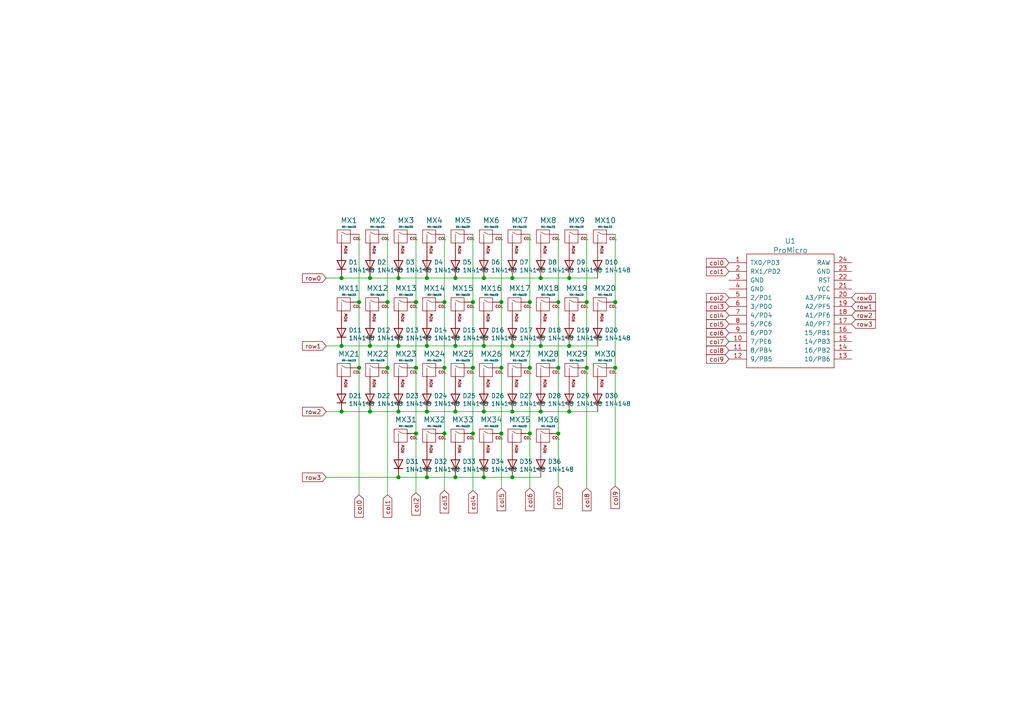
<source format=kicad_sch>
(kicad_sch (version 20210126) (generator eeschema)
  (paper "A4")
  (lib_symbols
    (symbol "Diode:1N4148" (pin_numbers hide) (pin_names (offset 1.016) hide)
      (property "Reference" "D" (at 0 2.54 0))
      (property "Value" "1N4148" (at 0 -2.54 0))
      (symbol "1N4148_0_1"
        (polyline (pts (xy -1.27 1.27) (xy -1.27 -1.27)) (stroke (width 0.254)))
        (polyline (pts (xy 1.27 0) (xy -1.27 0)))
        (polyline (pts (xy 1.27 1.27) (xy 1.27 -1.27) (xy -1.27 0) (xy 1.27 1.27)) (stroke (width 0.254)))
      )
      (symbol "1N4148_1_1"
        (pin passive line (at -3.81 0 0) (length 2.54) (name "K") (number "1"))
        (pin passive line (at 3.81 0 180) (length 2.54) (name "A") (number "2"))
      )
    )
    (symbol "MX_Alps_Hybrid:MX-NoLED" (pin_names (offset 1.016))
      (property "Reference" "MX" (at -0.635 3.81 0))
      (property "Value" "MX-NoLED" (at -0.635 1.27 0))
      (symbol "MX-NoLED_0_0"
        (text "COL" (at 3.175 0 0) (effects (font (size 0.762 0.762))))
        (text "ROW" (at 0 -1.905 900) (effects (font (size 0.762 0.762)) (justify right)))
        (rectangle (start -2.54 2.54) (end 1.27 -1.27))
        (polyline (pts (xy -1.27 -1.27) (xy -1.27 1.27)) (stroke (width 0.127)))
        (polyline (pts (xy 1.27 1.27) (xy 0 1.27) (xy -1.27 1.905)) (stroke (width 0.127)))
      )
      (symbol "MX-NoLED_1_1"
        (pin passive line (at 3.81 1.27 180) (length 2.54) (name "COL") (number "1"))
        (pin passive line (at -1.27 -3.81 90) (length 2.54) (name "ROW") (number "2"))
      )
    )
    (symbol "keybage:ProMicro" (pin_names (offset 1.016))
      (property "Reference" "U" (at 0 0 0))
      (property "Value" "ProMicro" (at 0 -19.05 0))
      (symbol "ProMicro_0_1"
        (rectangle (start -12.7 -16.51) (end 12.7 16.51))
      )
      (symbol "ProMicro_1_1"
        (pin input line (at -17.78 13.97 0) (length 5.08) (name "TX0/PD3") (number "1"))
        (pin input line (at -17.78 -8.89 0) (length 5.08) (name "7/PE6") (number "10"))
        (pin input line (at -17.78 -11.43 0) (length 5.08) (name "8/PB4") (number "11"))
        (pin input line (at -17.78 -13.97 0) (length 5.08) (name "9/PB5") (number "12"))
        (pin input line (at 17.78 -13.97 180) (length 5.08) (name "10/PB6") (number "13"))
        (pin input line (at 17.78 -11.43 180) (length 5.08) (name "16/PB2") (number "14"))
        (pin input line (at 17.78 -8.89 180) (length 5.08) (name "14/PB3") (number "15"))
        (pin input line (at 17.78 -6.35 180) (length 5.08) (name "15/PB1") (number "16"))
        (pin input line (at 17.78 -3.81 180) (length 5.08) (name "A0/PF7") (number "17"))
        (pin input line (at 17.78 -1.27 180) (length 5.08) (name "A1/PF6") (number "18"))
        (pin input line (at 17.78 1.27 180) (length 5.08) (name "A2/PF5") (number "19"))
        (pin input line (at -17.78 11.43 0) (length 5.08) (name "RX1/PD2") (number "2"))
        (pin input line (at 17.78 3.81 180) (length 5.08) (name "A3/PF4") (number "20"))
        (pin input line (at 17.78 6.35 180) (length 5.08) (name "VCC") (number "21"))
        (pin input line (at 17.78 8.89 180) (length 5.08) (name "RST") (number "22"))
        (pin input line (at 17.78 11.43 180) (length 5.08) (name "GND") (number "23"))
        (pin input line (at 17.78 13.97 180) (length 5.08) (name "RAW") (number "24"))
        (pin input line (at -17.78 8.89 0) (length 5.08) (name "GND") (number "3"))
        (pin input line (at -17.78 6.35 0) (length 5.08) (name "GND") (number "4"))
        (pin input line (at -17.78 3.81 0) (length 5.08) (name "2/PD1") (number "5"))
        (pin input line (at -17.78 1.27 0) (length 5.08) (name "3/PD0") (number "6"))
        (pin input line (at -17.78 -1.27 0) (length 5.08) (name "4/PD4") (number "7"))
        (pin input line (at -17.78 -3.81 0) (length 5.08) (name "5/PC6") (number "8"))
        (pin input line (at -17.78 -6.35 0) (length 5.08) (name "6/PD7") (number "9"))
      )
    )
  )
  (junction (at 99.06 80.645) (diameter 1.016))
  (junction (at 99.06 100.33) (diameter 1.016))
  (junction (at 99.06 119.38) (diameter 1.016))
  (junction (at 104.14 87.63) (diameter 1.016))
  (junction (at 104.14 106.68) (diameter 1.016))
  (junction (at 107.315 80.645) (diameter 1.016))
  (junction (at 107.315 100.33) (diameter 1.016))
  (junction (at 107.315 119.38) (diameter 1.016))
  (junction (at 112.395 87.63) (diameter 1.016))
  (junction (at 112.395 106.68) (diameter 1.016))
  (junction (at 115.57 80.645) (diameter 1.016))
  (junction (at 115.57 100.33) (diameter 1.016))
  (junction (at 115.57 119.38) (diameter 1.016))
  (junction (at 115.57 138.43) (diameter 1.016))
  (junction (at 120.65 87.63) (diameter 1.016))
  (junction (at 120.65 106.68) (diameter 1.016))
  (junction (at 120.65 125.73) (diameter 1.016))
  (junction (at 123.825 80.645) (diameter 1.016))
  (junction (at 123.825 100.33) (diameter 1.016))
  (junction (at 123.825 119.38) (diameter 1.016))
  (junction (at 123.825 138.43) (diameter 1.016))
  (junction (at 128.905 87.63) (diameter 1.016))
  (junction (at 128.905 106.68) (diameter 1.016))
  (junction (at 128.905 125.73) (diameter 1.016))
  (junction (at 132.08 80.645) (diameter 1.016))
  (junction (at 132.08 100.33) (diameter 1.016))
  (junction (at 132.08 119.38) (diameter 1.016))
  (junction (at 132.08 138.43) (diameter 1.016))
  (junction (at 137.16 87.63) (diameter 1.016))
  (junction (at 137.16 106.68) (diameter 1.016))
  (junction (at 137.16 125.73) (diameter 1.016))
  (junction (at 140.335 80.645) (diameter 1.016))
  (junction (at 140.335 100.33) (diameter 1.016))
  (junction (at 140.335 119.38) (diameter 1.016))
  (junction (at 140.335 138.43) (diameter 1.016))
  (junction (at 145.415 87.63) (diameter 1.016))
  (junction (at 145.415 106.68) (diameter 1.016))
  (junction (at 145.415 125.73) (diameter 1.016))
  (junction (at 148.59 80.645) (diameter 1.016))
  (junction (at 148.59 100.33) (diameter 1.016))
  (junction (at 148.59 119.38) (diameter 1.016))
  (junction (at 148.59 138.43) (diameter 1.016))
  (junction (at 153.67 87.63) (diameter 1.016))
  (junction (at 153.67 106.68) (diameter 1.016))
  (junction (at 153.67 125.73) (diameter 1.016))
  (junction (at 156.845 80.645) (diameter 1.016))
  (junction (at 156.845 100.33) (diameter 1.016))
  (junction (at 156.845 119.38) (diameter 1.016))
  (junction (at 161.925 87.63) (diameter 1.016))
  (junction (at 161.925 106.68) (diameter 1.016))
  (junction (at 161.925 125.73) (diameter 1.016))
  (junction (at 165.1 80.645) (diameter 1.016))
  (junction (at 165.1 100.33) (diameter 1.016))
  (junction (at 165.1 119.38) (diameter 1.016))
  (junction (at 170.18 87.63) (diameter 1.016))
  (junction (at 170.18 106.68) (diameter 1.016))
  (junction (at 178.435 87.63) (diameter 1.016))
  (junction (at 178.435 106.68) (diameter 1.016))
  (wire (pts (xy 94.615 80.645) (xy 99.06 80.645)))
  (wire (pts (xy 94.615 100.33) (xy 99.06 100.33)))
  (wire (pts (xy 94.615 119.38) (xy 99.06 119.38)))
  (wire (pts (xy 94.615 138.43) (xy 115.57 138.43)))
  (wire (pts (xy 99.06 80.645) (xy 107.315 80.645)))
  (wire (pts (xy 99.06 100.33) (xy 107.315 100.33)))
  (wire (pts (xy 99.06 119.38) (xy 107.315 119.38)))
  (wire (pts (xy 104.14 67.945) (xy 104.14 87.63)))
  (wire (pts (xy 104.14 87.63) (xy 104.14 106.68)))
  (wire (pts (xy 104.14 106.68) (xy 104.14 143.51)))
  (wire (pts (xy 107.315 80.645) (xy 115.57 80.645)))
  (wire (pts (xy 107.315 100.33) (xy 115.57 100.33)))
  (wire (pts (xy 107.315 119.38) (xy 115.57 119.38)))
  (wire (pts (xy 112.395 67.945) (xy 112.395 87.63)))
  (wire (pts (xy 112.395 87.63) (xy 112.395 106.68)))
  (wire (pts (xy 112.395 106.68) (xy 112.395 143.51)))
  (wire (pts (xy 115.57 80.645) (xy 123.825 80.645)))
  (wire (pts (xy 115.57 100.33) (xy 123.825 100.33)))
  (wire (pts (xy 115.57 119.38) (xy 123.825 119.38)))
  (wire (pts (xy 115.57 138.43) (xy 123.825 138.43)))
  (wire (pts (xy 120.65 67.945) (xy 120.65 87.63)))
  (wire (pts (xy 120.65 87.63) (xy 120.65 106.68)))
  (wire (pts (xy 120.65 106.68) (xy 120.65 125.73)))
  (wire (pts (xy 120.65 125.73) (xy 120.65 142.875)))
  (wire (pts (xy 123.825 80.645) (xy 132.08 80.645)))
  (wire (pts (xy 123.825 100.33) (xy 132.08 100.33)))
  (wire (pts (xy 123.825 119.38) (xy 132.08 119.38)))
  (wire (pts (xy 123.825 138.43) (xy 132.08 138.43)))
  (wire (pts (xy 128.905 67.945) (xy 128.905 87.63)))
  (wire (pts (xy 128.905 87.63) (xy 128.905 106.68)))
  (wire (pts (xy 128.905 106.68) (xy 128.905 125.73)))
  (wire (pts (xy 128.905 125.73) (xy 128.905 142.24)))
  (wire (pts (xy 132.08 80.645) (xy 140.335 80.645)))
  (wire (pts (xy 132.08 100.33) (xy 140.335 100.33)))
  (wire (pts (xy 132.08 119.38) (xy 140.335 119.38)))
  (wire (pts (xy 132.08 138.43) (xy 140.335 138.43)))
  (wire (pts (xy 137.16 67.945) (xy 137.16 87.63)))
  (wire (pts (xy 137.16 87.63) (xy 137.16 106.68)))
  (wire (pts (xy 137.16 106.68) (xy 137.16 125.73)))
  (wire (pts (xy 137.16 125.73) (xy 137.16 142.24)))
  (wire (pts (xy 140.335 80.645) (xy 148.59 80.645)))
  (wire (pts (xy 140.335 100.33) (xy 148.59 100.33)))
  (wire (pts (xy 140.335 119.38) (xy 148.59 119.38)))
  (wire (pts (xy 140.335 138.43) (xy 148.59 138.43)))
  (wire (pts (xy 145.415 67.945) (xy 145.415 87.63)))
  (wire (pts (xy 145.415 87.63) (xy 145.415 106.68)))
  (wire (pts (xy 145.415 106.68) (xy 145.415 125.73)))
  (wire (pts (xy 145.415 125.73) (xy 145.415 141.605)))
  (wire (pts (xy 148.59 80.645) (xy 156.845 80.645)))
  (wire (pts (xy 148.59 100.33) (xy 156.845 100.33)))
  (wire (pts (xy 148.59 119.38) (xy 156.845 119.38)))
  (wire (pts (xy 148.59 138.43) (xy 156.845 138.43)))
  (wire (pts (xy 153.67 67.945) (xy 153.67 87.63)))
  (wire (pts (xy 153.67 87.63) (xy 153.67 106.68)))
  (wire (pts (xy 153.67 106.68) (xy 153.67 125.73)))
  (wire (pts (xy 153.67 125.73) (xy 153.67 141.605)))
  (wire (pts (xy 156.845 80.645) (xy 165.1 80.645)))
  (wire (pts (xy 156.845 100.33) (xy 165.1 100.33)))
  (wire (pts (xy 156.845 119.38) (xy 165.1 119.38)))
  (wire (pts (xy 161.925 67.945) (xy 161.925 87.63)))
  (wire (pts (xy 161.925 87.63) (xy 161.925 106.68)))
  (wire (pts (xy 161.925 106.68) (xy 161.925 125.73)))
  (wire (pts (xy 161.925 125.73) (xy 161.925 140.97)))
  (wire (pts (xy 165.1 80.645) (xy 173.355 80.645)))
  (wire (pts (xy 165.1 100.33) (xy 173.355 100.33)))
  (wire (pts (xy 165.1 119.38) (xy 173.355 119.38)))
  (wire (pts (xy 170.18 67.945) (xy 170.18 87.63)))
  (wire (pts (xy 170.18 87.63) (xy 170.18 106.68)))
  (wire (pts (xy 170.18 106.68) (xy 170.18 141.605)))
  (wire (pts (xy 178.435 67.945) (xy 178.435 87.63)))
  (wire (pts (xy 178.435 87.63) (xy 178.435 106.68)))
  (wire (pts (xy 178.435 106.68) (xy 178.435 140.97)))
  (global_label "row0" (shape input) (at 94.615 80.645 180) (property "Intersheet References" "${INTERSHEET_REFS}" (effects hide)))
  (global_label "row1" (shape input) (at 94.615 100.33 180) (property "Intersheet References" "${INTERSHEET_REFS}" (effects hide)))
  (global_label "row2" (shape input) (at 94.615 119.38 180) (property "Intersheet References" "${INTERSHEET_REFS}" (effects hide)))
  (global_label "row3" (shape input) (at 94.615 138.43 180) (property "Intersheet References" "${INTERSHEET_REFS}" (effects hide)))
  (global_label "col0" (shape input) (at 104.14 143.51 270) (property "Intersheet References" "${INTERSHEET_REFS}" (effects hide)))
  (global_label "col1" (shape input) (at 112.395 143.51 270) (property "Intersheet References" "${INTERSHEET_REFS}" (effects hide)))
  (global_label "col2" (shape input) (at 120.65 142.875 270) (property "Intersheet References" "${INTERSHEET_REFS}" (effects hide)))
  (global_label "col3" (shape input) (at 128.905 142.24 270) (property "Intersheet References" "${INTERSHEET_REFS}" (effects hide)))
  (global_label "col4" (shape input) (at 137.16 142.24 270) (property "Intersheet References" "${INTERSHEET_REFS}" (effects hide)))
  (global_label "col5" (shape input) (at 145.415 141.605 270) (property "Intersheet References" "${INTERSHEET_REFS}" (effects hide)))
  (global_label "col6" (shape input) (at 153.67 141.605 270) (property "Intersheet References" "${INTERSHEET_REFS}" (effects hide)))
  (global_label "col7" (shape input) (at 161.925 140.97 270) (property "Intersheet References" "${INTERSHEET_REFS}" (effects hide)))
  (global_label "col8" (shape input) (at 170.18 141.605 270) (property "Intersheet References" "${INTERSHEET_REFS}" (effects hide)))
  (global_label "col9" (shape input) (at 178.435 140.97 270) (property "Intersheet References" "${INTERSHEET_REFS}" (effects hide)))
  (global_label "col0" (shape input) (at 211.455 76.2 180) (property "Intersheet References" "${INTERSHEET_REFS}" (effects hide)))
  (global_label "col1" (shape input) (at 211.455 78.74 180) (property "Intersheet References" "${INTERSHEET_REFS}" (effects hide)))
  (global_label "col2" (shape input) (at 211.455 86.36 180) (property "Intersheet References" "${INTERSHEET_REFS}" (effects hide)))
  (global_label "col3" (shape input) (at 211.455 88.9 180) (property "Intersheet References" "${INTERSHEET_REFS}" (effects hide)))
  (global_label "col4" (shape input) (at 211.455 91.44 180) (property "Intersheet References" "${INTERSHEET_REFS}" (effects hide)))
  (global_label "col5" (shape input) (at 211.455 93.98 180) (property "Intersheet References" "${INTERSHEET_REFS}" (effects hide)))
  (global_label "col6" (shape input) (at 211.455 96.52 180) (property "Intersheet References" "${INTERSHEET_REFS}" (effects hide)))
  (global_label "col7" (shape input) (at 211.455 99.06 180) (property "Intersheet References" "${INTERSHEET_REFS}" (effects hide)))
  (global_label "col8" (shape input) (at 211.455 101.6 180) (property "Intersheet References" "${INTERSHEET_REFS}" (effects hide)))
  (global_label "col9" (shape input) (at 211.455 104.14 180) (property "Intersheet References" "${INTERSHEET_REFS}" (effects hide)))
  (global_label "row0" (shape input) (at 247.015 86.36 0) (property "Intersheet References" "${INTERSHEET_REFS}" (effects hide)))
  (global_label "row1" (shape input) (at 247.015 88.9 0) (property "Intersheet References" "${INTERSHEET_REFS}" (effects hide)))
  (global_label "row2" (shape input) (at 247.015 91.44 0) (property "Intersheet References" "${INTERSHEET_REFS}" (effects hide)))
  (global_label "row3" (shape input) (at 247.015 93.98 0) (property "Intersheet References" "${INTERSHEET_REFS}" (effects hide)))
  (symbol (lib_id "Diode:1N4148") (at 99.06 76.835 90) (unit 1)
    (property "Reference" "D1" (at 101.0921 76.0741 90) (effects (justify right)))
    (property "Value" "1N4148" (at 101.0921 78.3728 90) (effects (justify right)))
    (property "Footprint" "Diode_SMD:D_SOD-123" (effects hide))
    (property "Datasheet" "https://assets.nexperia.com/documents/data-sheet/1N4148_1N4448.pdf" (effects hide))
  )
  (symbol (lib_id "Diode:1N4148") (at 99.06 96.52 90) (unit 1)
    (property "Reference" "D11" (at 101.0921 95.7591 90) (effects (justify right)))
    (property "Value" "1N4148" (at 101.0921 98.0578 90) (effects (justify right)))
    (property "Footprint" "Diode_SMD:D_SOD-123" (effects hide))
    (property "Datasheet" "https://assets.nexperia.com/documents/data-sheet/1N4148_1N4448.pdf" (effects hide))
  )
  (symbol (lib_id "Diode:1N4148") (at 99.06 115.57 90) (unit 1)
    (property "Reference" "D21" (at 101.0921 114.8091 90) (effects (justify right)))
    (property "Value" "1N4148" (at 101.0921 117.1078 90) (effects (justify right)))
    (property "Footprint" "Diode_SMD:D_SOD-123" (effects hide))
    (property "Datasheet" "https://assets.nexperia.com/documents/data-sheet/1N4148_1N4448.pdf" (effects hide))
  )
  (symbol (lib_id "Diode:1N4148") (at 107.315 76.835 90) (unit 1)
    (property "Reference" "D2" (at 109.3471 76.0741 90) (effects (justify right)))
    (property "Value" "1N4148" (at 109.3471 78.3728 90) (effects (justify right)))
    (property "Footprint" "Diode_SMD:D_SOD-123" (effects hide))
    (property "Datasheet" "https://assets.nexperia.com/documents/data-sheet/1N4148_1N4448.pdf" (effects hide))
  )
  (symbol (lib_id "Diode:1N4148") (at 107.315 96.52 90) (unit 1)
    (property "Reference" "D12" (at 109.3471 95.7591 90) (effects (justify right)))
    (property "Value" "1N4148" (at 109.3471 98.0578 90) (effects (justify right)))
    (property "Footprint" "Diode_SMD:D_SOD-123" (effects hide))
    (property "Datasheet" "https://assets.nexperia.com/documents/data-sheet/1N4148_1N4448.pdf" (effects hide))
  )
  (symbol (lib_id "Diode:1N4148") (at 107.315 115.57 90) (unit 1)
    (property "Reference" "D22" (at 109.3471 114.8091 90) (effects (justify right)))
    (property "Value" "1N4148" (at 109.3471 117.1078 90) (effects (justify right)))
    (property "Footprint" "Diode_SMD:D_SOD-123" (effects hide))
    (property "Datasheet" "https://assets.nexperia.com/documents/data-sheet/1N4148_1N4448.pdf" (effects hide))
  )
  (symbol (lib_id "Diode:1N4148") (at 115.57 76.835 90) (unit 1)
    (property "Reference" "D3" (at 117.6021 76.0741 90) (effects (justify right)))
    (property "Value" "1N4148" (at 117.6021 78.3728 90) (effects (justify right)))
    (property "Footprint" "Diode_SMD:D_SOD-123" (effects hide))
    (property "Datasheet" "https://assets.nexperia.com/documents/data-sheet/1N4148_1N4448.pdf" (effects hide))
  )
  (symbol (lib_id "Diode:1N4148") (at 115.57 96.52 90) (unit 1)
    (property "Reference" "D13" (at 117.6021 95.7591 90) (effects (justify right)))
    (property "Value" "1N4148" (at 117.6021 98.0578 90) (effects (justify right)))
    (property "Footprint" "Diode_SMD:D_SOD-123" (effects hide))
    (property "Datasheet" "https://assets.nexperia.com/documents/data-sheet/1N4148_1N4448.pdf" (effects hide))
  )
  (symbol (lib_id "Diode:1N4148") (at 115.57 115.57 90) (unit 1)
    (property "Reference" "D23" (at 117.6021 114.8091 90) (effects (justify right)))
    (property "Value" "1N4148" (at 117.6021 117.1078 90) (effects (justify right)))
    (property "Footprint" "Diode_SMD:D_SOD-123" (effects hide))
    (property "Datasheet" "https://assets.nexperia.com/documents/data-sheet/1N4148_1N4448.pdf" (effects hide))
  )
  (symbol (lib_id "Diode:1N4148") (at 115.57 134.62 90) (unit 1)
    (property "Reference" "D31" (at 117.6021 133.8591 90) (effects (justify right)))
    (property "Value" "1N4148" (at 117.6021 136.1578 90) (effects (justify right)))
    (property "Footprint" "Diode_SMD:D_SOD-123" (effects hide))
    (property "Datasheet" "https://assets.nexperia.com/documents/data-sheet/1N4148_1N4448.pdf" (effects hide))
  )
  (symbol (lib_id "Diode:1N4148") (at 123.825 76.835 90) (unit 1)
    (property "Reference" "D4" (at 125.8571 76.0741 90) (effects (justify right)))
    (property "Value" "1N4148" (at 125.8571 78.3728 90) (effects (justify right)))
    (property "Footprint" "Diode_SMD:D_SOD-123" (effects hide))
    (property "Datasheet" "https://assets.nexperia.com/documents/data-sheet/1N4148_1N4448.pdf" (effects hide))
  )
  (symbol (lib_id "Diode:1N4148") (at 123.825 96.52 90) (unit 1)
    (property "Reference" "D14" (at 125.8571 95.7591 90) (effects (justify right)))
    (property "Value" "1N4148" (at 125.8571 98.0578 90) (effects (justify right)))
    (property "Footprint" "Diode_SMD:D_SOD-123" (effects hide))
    (property "Datasheet" "https://assets.nexperia.com/documents/data-sheet/1N4148_1N4448.pdf" (effects hide))
  )
  (symbol (lib_id "Diode:1N4148") (at 123.825 115.57 90) (unit 1)
    (property "Reference" "D24" (at 125.8571 114.8091 90) (effects (justify right)))
    (property "Value" "1N4148" (at 125.8571 117.1078 90) (effects (justify right)))
    (property "Footprint" "Diode_SMD:D_SOD-123" (effects hide))
    (property "Datasheet" "https://assets.nexperia.com/documents/data-sheet/1N4148_1N4448.pdf" (effects hide))
  )
  (symbol (lib_id "Diode:1N4148") (at 123.825 134.62 90) (unit 1)
    (property "Reference" "D32" (at 125.8571 133.8591 90) (effects (justify right)))
    (property "Value" "1N4148" (at 125.8571 136.1578 90) (effects (justify right)))
    (property "Footprint" "Diode_SMD:D_SOD-123" (effects hide))
    (property "Datasheet" "https://assets.nexperia.com/documents/data-sheet/1N4148_1N4448.pdf" (effects hide))
  )
  (symbol (lib_id "Diode:1N4148") (at 132.08 76.835 90) (unit 1)
    (property "Reference" "D5" (at 134.1121 76.0741 90) (effects (justify right)))
    (property "Value" "1N4148" (at 134.1121 78.3728 90) (effects (justify right)))
    (property "Footprint" "Diode_SMD:D_SOD-123" (effects hide))
    (property "Datasheet" "https://assets.nexperia.com/documents/data-sheet/1N4148_1N4448.pdf" (effects hide))
  )
  (symbol (lib_id "Diode:1N4148") (at 132.08 96.52 90) (unit 1)
    (property "Reference" "D15" (at 134.1121 95.7591 90) (effects (justify right)))
    (property "Value" "1N4148" (at 134.1121 98.0578 90) (effects (justify right)))
    (property "Footprint" "Diode_SMD:D_SOD-123" (effects hide))
    (property "Datasheet" "https://assets.nexperia.com/documents/data-sheet/1N4148_1N4448.pdf" (effects hide))
  )
  (symbol (lib_id "Diode:1N4148") (at 132.08 115.57 90) (unit 1)
    (property "Reference" "D25" (at 134.1121 114.8091 90) (effects (justify right)))
    (property "Value" "1N4148" (at 134.1121 117.1078 90) (effects (justify right)))
    (property "Footprint" "Diode_SMD:D_SOD-123" (effects hide))
    (property "Datasheet" "https://assets.nexperia.com/documents/data-sheet/1N4148_1N4448.pdf" (effects hide))
  )
  (symbol (lib_id "Diode:1N4148") (at 132.08 134.62 90) (unit 1)
    (property "Reference" "D33" (at 134.1121 133.8591 90) (effects (justify right)))
    (property "Value" "1N4148" (at 134.1121 136.1578 90) (effects (justify right)))
    (property "Footprint" "Diode_SMD:D_SOD-123" (effects hide))
    (property "Datasheet" "https://assets.nexperia.com/documents/data-sheet/1N4148_1N4448.pdf" (effects hide))
  )
  (symbol (lib_id "Diode:1N4148") (at 140.335 76.835 90) (unit 1)
    (property "Reference" "D6" (at 142.3671 76.0741 90) (effects (justify right)))
    (property "Value" "1N4148" (at 142.3671 78.3728 90) (effects (justify right)))
    (property "Footprint" "Diode_SMD:D_SOD-123" (effects hide))
    (property "Datasheet" "https://assets.nexperia.com/documents/data-sheet/1N4148_1N4448.pdf" (effects hide))
  )
  (symbol (lib_id "Diode:1N4148") (at 140.335 96.52 90) (unit 1)
    (property "Reference" "D16" (at 142.3671 95.7591 90) (effects (justify right)))
    (property "Value" "1N4148" (at 142.3671 98.0578 90) (effects (justify right)))
    (property "Footprint" "Diode_SMD:D_SOD-123" (effects hide))
    (property "Datasheet" "https://assets.nexperia.com/documents/data-sheet/1N4148_1N4448.pdf" (effects hide))
  )
  (symbol (lib_id "Diode:1N4148") (at 140.335 115.57 90) (unit 1)
    (property "Reference" "D26" (at 142.3671 114.8091 90) (effects (justify right)))
    (property "Value" "1N4148" (at 142.3671 117.1078 90) (effects (justify right)))
    (property "Footprint" "Diode_SMD:D_SOD-123" (effects hide))
    (property "Datasheet" "https://assets.nexperia.com/documents/data-sheet/1N4148_1N4448.pdf" (effects hide))
  )
  (symbol (lib_id "Diode:1N4148") (at 140.335 134.62 90) (unit 1)
    (property "Reference" "D34" (at 142.3671 133.8591 90) (effects (justify right)))
    (property "Value" "1N4148" (at 142.3671 136.1578 90) (effects (justify right)))
    (property "Footprint" "Diode_SMD:D_SOD-123" (effects hide))
    (property "Datasheet" "https://assets.nexperia.com/documents/data-sheet/1N4148_1N4448.pdf" (effects hide))
  )
  (symbol (lib_id "Diode:1N4148") (at 148.59 76.835 90) (unit 1)
    (property "Reference" "D7" (at 150.6221 76.0741 90) (effects (justify right)))
    (property "Value" "1N4148" (at 150.6221 78.3728 90) (effects (justify right)))
    (property "Footprint" "Diode_SMD:D_SOD-123" (effects hide))
    (property "Datasheet" "https://assets.nexperia.com/documents/data-sheet/1N4148_1N4448.pdf" (effects hide))
  )
  (symbol (lib_id "Diode:1N4148") (at 148.59 96.52 90) (unit 1)
    (property "Reference" "D17" (at 150.6221 95.7591 90) (effects (justify right)))
    (property "Value" "1N4148" (at 150.6221 98.0578 90) (effects (justify right)))
    (property "Footprint" "Diode_SMD:D_SOD-123" (effects hide))
    (property "Datasheet" "https://assets.nexperia.com/documents/data-sheet/1N4148_1N4448.pdf" (effects hide))
  )
  (symbol (lib_id "Diode:1N4148") (at 148.59 115.57 90) (unit 1)
    (property "Reference" "D27" (at 150.6221 114.8091 90) (effects (justify right)))
    (property "Value" "1N4148" (at 150.6221 117.1078 90) (effects (justify right)))
    (property "Footprint" "Diode_SMD:D_SOD-123" (effects hide))
    (property "Datasheet" "https://assets.nexperia.com/documents/data-sheet/1N4148_1N4448.pdf" (effects hide))
  )
  (symbol (lib_id "Diode:1N4148") (at 148.59 134.62 90) (unit 1)
    (property "Reference" "D35" (at 150.6221 133.8591 90) (effects (justify right)))
    (property "Value" "1N4148" (at 150.6221 136.1578 90) (effects (justify right)))
    (property "Footprint" "Diode_SMD:D_SOD-123" (effects hide))
    (property "Datasheet" "https://assets.nexperia.com/documents/data-sheet/1N4148_1N4448.pdf" (effects hide))
  )
  (symbol (lib_id "Diode:1N4148") (at 156.845 76.835 90) (unit 1)
    (property "Reference" "D8" (at 158.8771 76.0741 90) (effects (justify right)))
    (property "Value" "1N4148" (at 158.8771 78.3728 90) (effects (justify right)))
    (property "Footprint" "Diode_SMD:D_SOD-123" (effects hide))
    (property "Datasheet" "https://assets.nexperia.com/documents/data-sheet/1N4148_1N4448.pdf" (effects hide))
  )
  (symbol (lib_id "Diode:1N4148") (at 156.845 96.52 90) (unit 1)
    (property "Reference" "D18" (at 158.8771 95.7591 90) (effects (justify right)))
    (property "Value" "1N4148" (at 158.8771 98.0578 90) (effects (justify right)))
    (property "Footprint" "Diode_SMD:D_SOD-123" (effects hide))
    (property "Datasheet" "https://assets.nexperia.com/documents/data-sheet/1N4148_1N4448.pdf" (effects hide))
  )
  (symbol (lib_id "Diode:1N4148") (at 156.845 115.57 90) (unit 1)
    (property "Reference" "D28" (at 158.8771 114.8091 90) (effects (justify right)))
    (property "Value" "1N4148" (at 158.8771 117.1078 90) (effects (justify right)))
    (property "Footprint" "Diode_SMD:D_SOD-123" (effects hide))
    (property "Datasheet" "https://assets.nexperia.com/documents/data-sheet/1N4148_1N4448.pdf" (effects hide))
  )
  (symbol (lib_id "Diode:1N4148") (at 156.845 134.62 90) (unit 1)
    (property "Reference" "D36" (at 158.8771 133.8591 90) (effects (justify right)))
    (property "Value" "1N4148" (at 158.8771 136.1578 90) (effects (justify right)))
    (property "Footprint" "Diode_SMD:D_SOD-123" (effects hide))
    (property "Datasheet" "https://assets.nexperia.com/documents/data-sheet/1N4148_1N4448.pdf" (effects hide))
  )
  (symbol (lib_id "Diode:1N4148") (at 165.1 76.835 90) (unit 1)
    (property "Reference" "D9" (at 167.1321 76.0741 90) (effects (justify right)))
    (property "Value" "1N4148" (at 167.1321 78.3728 90) (effects (justify right)))
    (property "Footprint" "Diode_SMD:D_SOD-123" (effects hide))
    (property "Datasheet" "https://assets.nexperia.com/documents/data-sheet/1N4148_1N4448.pdf" (effects hide))
  )
  (symbol (lib_id "Diode:1N4148") (at 165.1 96.52 90) (unit 1)
    (property "Reference" "D19" (at 167.1321 95.7591 90) (effects (justify right)))
    (property "Value" "1N4148" (at 167.1321 98.0578 90) (effects (justify right)))
    (property "Footprint" "Diode_SMD:D_SOD-123" (effects hide))
    (property "Datasheet" "https://assets.nexperia.com/documents/data-sheet/1N4148_1N4448.pdf" (effects hide))
  )
  (symbol (lib_id "Diode:1N4148") (at 165.1 115.57 90) (unit 1)
    (property "Reference" "D29" (at 167.1321 114.8091 90) (effects (justify right)))
    (property "Value" "1N4148" (at 167.1321 117.1078 90) (effects (justify right)))
    (property "Footprint" "Diode_SMD:D_SOD-123" (effects hide))
    (property "Datasheet" "https://assets.nexperia.com/documents/data-sheet/1N4148_1N4448.pdf" (effects hide))
  )
  (symbol (lib_id "Diode:1N4148") (at 173.355 76.835 90) (unit 1)
    (property "Reference" "D10" (at 175.3871 76.0741 90) (effects (justify right)))
    (property "Value" "1N4148" (at 175.3871 78.3728 90) (effects (justify right)))
    (property "Footprint" "Diode_SMD:D_SOD-123" (effects hide))
    (property "Datasheet" "https://assets.nexperia.com/documents/data-sheet/1N4148_1N4448.pdf" (effects hide))
  )
  (symbol (lib_id "Diode:1N4148") (at 173.355 96.52 90) (unit 1)
    (property "Reference" "D20" (at 175.3871 95.7591 90) (effects (justify right)))
    (property "Value" "1N4148" (at 175.3871 98.0578 90) (effects (justify right)))
    (property "Footprint" "Diode_SMD:D_SOD-123" (effects hide))
    (property "Datasheet" "https://assets.nexperia.com/documents/data-sheet/1N4148_1N4448.pdf" (effects hide))
  )
  (symbol (lib_id "Diode:1N4148") (at 173.355 115.57 90) (unit 1)
    (property "Reference" "D30" (at 175.3871 114.8091 90) (effects (justify right)))
    (property "Value" "1N4148" (at 175.3871 117.1078 90) (effects (justify right)))
    (property "Footprint" "Diode_SMD:D_SOD-123" (effects hide))
    (property "Datasheet" "https://assets.nexperia.com/documents/data-sheet/1N4148_1N4448.pdf" (effects hide))
  )
  (symbol (lib_id "MX_Alps_Hybrid:MX-NoLED") (at 100.33 69.215 0) (unit 1)
    (property "Reference" "MX1" (at 101.2155 63.9251 0) (effects (font (size 1.524 1.524))))
    (property "Value" "MX-NoLED" (at 101.2155 65.8148 0) (effects (font (size 0.508 0.508))))
    (property "Footprint" "Kailh_Choc:KailhChoc-1U" (effects hide))
  )
  (symbol (lib_id "MX_Alps_Hybrid:MX-NoLED") (at 100.33 88.9 0) (unit 1)
    (property "Reference" "MX11" (at 101.2155 83.6101 0) (effects (font (size 1.524 1.524))))
    (property "Value" "MX-NoLED" (at 101.2155 85.4998 0) (effects (font (size 0.508 0.508))))
    (property "Footprint" "Kailh_Choc:KailhChoc-1U" (effects hide))
  )
  (symbol (lib_id "MX_Alps_Hybrid:MX-NoLED") (at 100.33 107.95 0) (unit 1)
    (property "Reference" "MX21" (at 101.2155 102.6601 0) (effects (font (size 1.524 1.524))))
    (property "Value" "MX-NoLED" (at 101.2155 104.5498 0) (effects (font (size 0.508 0.508))))
    (property "Footprint" "Kailh_Choc:KailhChoc-1U" (effects hide))
  )
  (symbol (lib_id "MX_Alps_Hybrid:MX-NoLED") (at 108.585 69.215 0) (unit 1)
    (property "Reference" "MX2" (at 109.4705 63.9251 0) (effects (font (size 1.524 1.524))))
    (property "Value" "MX-NoLED" (at 109.4705 65.8148 0) (effects (font (size 0.508 0.508))))
    (property "Footprint" "Kailh_Choc:KailhChoc-1U" (effects hide))
  )
  (symbol (lib_id "MX_Alps_Hybrid:MX-NoLED") (at 108.585 88.9 0) (unit 1)
    (property "Reference" "MX12" (at 109.4705 83.6101 0) (effects (font (size 1.524 1.524))))
    (property "Value" "MX-NoLED" (at 109.4705 85.4998 0) (effects (font (size 0.508 0.508))))
    (property "Footprint" "Kailh_Choc:KailhChoc-1U" (effects hide))
  )
  (symbol (lib_id "MX_Alps_Hybrid:MX-NoLED") (at 108.585 107.95 0) (unit 1)
    (property "Reference" "MX22" (at 109.4705 102.6601 0) (effects (font (size 1.524 1.524))))
    (property "Value" "MX-NoLED" (at 109.4705 104.5498 0) (effects (font (size 0.508 0.508))))
    (property "Footprint" "Kailh_Choc:KailhChoc-1U" (effects hide))
  )
  (symbol (lib_id "MX_Alps_Hybrid:MX-NoLED") (at 116.84 69.215 0) (unit 1)
    (property "Reference" "MX3" (at 117.7255 63.9251 0) (effects (font (size 1.524 1.524))))
    (property "Value" "MX-NoLED" (at 117.7255 65.8148 0) (effects (font (size 0.508 0.508))))
    (property "Footprint" "Kailh_Choc:KailhChoc-1U" (effects hide))
  )
  (symbol (lib_id "MX_Alps_Hybrid:MX-NoLED") (at 116.84 88.9 0) (unit 1)
    (property "Reference" "MX13" (at 117.7255 83.6101 0) (effects (font (size 1.524 1.524))))
    (property "Value" "MX-NoLED" (at 117.7255 85.4998 0) (effects (font (size 0.508 0.508))))
    (property "Footprint" "Kailh_Choc:KailhChoc-1U" (effects hide))
  )
  (symbol (lib_id "MX_Alps_Hybrid:MX-NoLED") (at 116.84 107.95 0) (unit 1)
    (property "Reference" "MX23" (at 117.7255 102.6601 0) (effects (font (size 1.524 1.524))))
    (property "Value" "MX-NoLED" (at 117.7255 104.5498 0) (effects (font (size 0.508 0.508))))
    (property "Footprint" "Kailh_Choc:KailhChoc-1U" (effects hide))
  )
  (symbol (lib_id "MX_Alps_Hybrid:MX-NoLED") (at 116.84 127 0) (unit 1)
    (property "Reference" "MX31" (at 117.7255 121.7101 0) (effects (font (size 1.524 1.524))))
    (property "Value" "MX-NoLED" (at 117.7255 123.5998 0) (effects (font (size 0.508 0.508))))
    (property "Footprint" "Kailh_Choc:KailhChoc-1U" (effects hide))
  )
  (symbol (lib_id "MX_Alps_Hybrid:MX-NoLED") (at 125.095 69.215 0) (unit 1)
    (property "Reference" "MX4" (at 125.9805 63.9251 0) (effects (font (size 1.524 1.524))))
    (property "Value" "MX-NoLED" (at 125.9805 65.8148 0) (effects (font (size 0.508 0.508))))
    (property "Footprint" "Kailh_Choc:KailhChoc-1U" (effects hide))
  )
  (symbol (lib_id "MX_Alps_Hybrid:MX-NoLED") (at 125.095 88.9 0) (unit 1)
    (property "Reference" "MX14" (at 125.9805 83.6101 0) (effects (font (size 1.524 1.524))))
    (property "Value" "MX-NoLED" (at 125.9805 85.4998 0) (effects (font (size 0.508 0.508))))
    (property "Footprint" "Kailh_Choc:KailhChoc-1U" (effects hide))
  )
  (symbol (lib_id "MX_Alps_Hybrid:MX-NoLED") (at 125.095 107.95 0) (unit 1)
    (property "Reference" "MX24" (at 125.9805 102.6601 0) (effects (font (size 1.524 1.524))))
    (property "Value" "MX-NoLED" (at 125.9805 104.5498 0) (effects (font (size 0.508 0.508))))
    (property "Footprint" "Kailh_Choc:KailhChoc-1U" (effects hide))
  )
  (symbol (lib_id "MX_Alps_Hybrid:MX-NoLED") (at 125.095 127 0) (unit 1)
    (property "Reference" "MX32" (at 125.9805 121.7101 0) (effects (font (size 1.524 1.524))))
    (property "Value" "MX-NoLED" (at 125.9805 123.5998 0) (effects (font (size 0.508 0.508))))
    (property "Footprint" "Kailh_Choc:KailhChoc-1U" (effects hide))
  )
  (symbol (lib_id "MX_Alps_Hybrid:MX-NoLED") (at 133.35 69.215 0) (unit 1)
    (property "Reference" "MX5" (at 134.2355 63.9251 0) (effects (font (size 1.524 1.524))))
    (property "Value" "MX-NoLED" (at 134.2355 65.8148 0) (effects (font (size 0.508 0.508))))
    (property "Footprint" "Kailh_Choc:KailhChoc-1U" (effects hide))
  )
  (symbol (lib_id "MX_Alps_Hybrid:MX-NoLED") (at 133.35 88.9 0) (unit 1)
    (property "Reference" "MX15" (at 134.2355 83.6101 0) (effects (font (size 1.524 1.524))))
    (property "Value" "MX-NoLED" (at 134.2355 85.4998 0) (effects (font (size 0.508 0.508))))
    (property "Footprint" "Kailh_Choc:KailhChoc-1U" (effects hide))
  )
  (symbol (lib_id "MX_Alps_Hybrid:MX-NoLED") (at 133.35 107.95 0) (unit 1)
    (property "Reference" "MX25" (at 134.2355 102.6601 0) (effects (font (size 1.524 1.524))))
    (property "Value" "MX-NoLED" (at 134.2355 104.5498 0) (effects (font (size 0.508 0.508))))
    (property "Footprint" "Kailh_Choc:KailhChoc-1U" (effects hide))
  )
  (symbol (lib_id "MX_Alps_Hybrid:MX-NoLED") (at 133.35 127 0) (unit 1)
    (property "Reference" "MX33" (at 134.2355 121.7101 0) (effects (font (size 1.524 1.524))))
    (property "Value" "MX-NoLED" (at 134.2355 123.5998 0) (effects (font (size 0.508 0.508))))
    (property "Footprint" "Kailh_Choc:KailhChoc-1U" (effects hide))
  )
  (symbol (lib_id "MX_Alps_Hybrid:MX-NoLED") (at 141.605 69.215 0) (unit 1)
    (property "Reference" "MX6" (at 142.4905 63.9251 0) (effects (font (size 1.524 1.524))))
    (property "Value" "MX-NoLED" (at 142.4905 65.8148 0) (effects (font (size 0.508 0.508))))
    (property "Footprint" "Kailh_Choc:KailhChoc-1U" (effects hide))
  )
  (symbol (lib_id "MX_Alps_Hybrid:MX-NoLED") (at 141.605 88.9 0) (unit 1)
    (property "Reference" "MX16" (at 142.4905 83.6101 0) (effects (font (size 1.524 1.524))))
    (property "Value" "MX-NoLED" (at 142.4905 85.4998 0) (effects (font (size 0.508 0.508))))
    (property "Footprint" "Kailh_Choc:KailhChoc-1U" (effects hide))
  )
  (symbol (lib_id "MX_Alps_Hybrid:MX-NoLED") (at 141.605 107.95 0) (unit 1)
    (property "Reference" "MX26" (at 142.4905 102.6601 0) (effects (font (size 1.524 1.524))))
    (property "Value" "MX-NoLED" (at 142.4905 104.5498 0) (effects (font (size 0.508 0.508))))
    (property "Footprint" "Kailh_Choc:KailhChoc-1U" (effects hide))
  )
  (symbol (lib_id "MX_Alps_Hybrid:MX-NoLED") (at 141.605 127 0) (unit 1)
    (property "Reference" "MX34" (at 142.4905 121.7101 0) (effects (font (size 1.524 1.524))))
    (property "Value" "MX-NoLED" (at 142.4905 123.5998 0) (effects (font (size 0.508 0.508))))
    (property "Footprint" "Kailh_Choc:KailhChoc-1U" (effects hide))
  )
  (symbol (lib_id "MX_Alps_Hybrid:MX-NoLED") (at 149.86 69.215 0) (unit 1)
    (property "Reference" "MX7" (at 150.7455 63.9251 0) (effects (font (size 1.524 1.524))))
    (property "Value" "MX-NoLED" (at 150.7455 65.8148 0) (effects (font (size 0.508 0.508))))
    (property "Footprint" "Kailh_Choc:KailhChoc-1U" (effects hide))
  )
  (symbol (lib_id "MX_Alps_Hybrid:MX-NoLED") (at 149.86 88.9 0) (unit 1)
    (property "Reference" "MX17" (at 150.7455 83.6101 0) (effects (font (size 1.524 1.524))))
    (property "Value" "MX-NoLED" (at 150.7455 85.4998 0) (effects (font (size 0.508 0.508))))
    (property "Footprint" "Kailh_Choc:KailhChoc-1U" (effects hide))
  )
  (symbol (lib_id "MX_Alps_Hybrid:MX-NoLED") (at 149.86 107.95 0) (unit 1)
    (property "Reference" "MX27" (at 150.7455 102.6601 0) (effects (font (size 1.524 1.524))))
    (property "Value" "MX-NoLED" (at 150.7455 104.5498 0) (effects (font (size 0.508 0.508))))
    (property "Footprint" "Kailh_Choc:KailhChoc-1U" (effects hide))
  )
  (symbol (lib_id "MX_Alps_Hybrid:MX-NoLED") (at 149.86 127 0) (unit 1)
    (property "Reference" "MX35" (at 150.7455 121.7101 0) (effects (font (size 1.524 1.524))))
    (property "Value" "MX-NoLED" (at 150.7455 123.5998 0) (effects (font (size 0.508 0.508))))
    (property "Footprint" "Kailh_Choc:KailhChoc-1U" (effects hide))
  )
  (symbol (lib_id "MX_Alps_Hybrid:MX-NoLED") (at 158.115 69.215 0) (unit 1)
    (property "Reference" "MX8" (at 159.0005 63.9251 0) (effects (font (size 1.524 1.524))))
    (property "Value" "MX-NoLED" (at 159.0005 65.8148 0) (effects (font (size 0.508 0.508))))
    (property "Footprint" "Kailh_Choc:KailhChoc-1U" (effects hide))
  )
  (symbol (lib_id "MX_Alps_Hybrid:MX-NoLED") (at 158.115 88.9 0) (unit 1)
    (property "Reference" "MX18" (at 159.0005 83.6101 0) (effects (font (size 1.524 1.524))))
    (property "Value" "MX-NoLED" (at 159.0005 85.4998 0) (effects (font (size 0.508 0.508))))
    (property "Footprint" "Kailh_Choc:KailhChoc-1U" (effects hide))
  )
  (symbol (lib_id "MX_Alps_Hybrid:MX-NoLED") (at 158.115 107.95 0) (unit 1)
    (property "Reference" "MX28" (at 159.0005 102.6601 0) (effects (font (size 1.524 1.524))))
    (property "Value" "MX-NoLED" (at 159.0005 104.5498 0) (effects (font (size 0.508 0.508))))
    (property "Footprint" "Kailh_Choc:KailhChoc-1U" (effects hide))
  )
  (symbol (lib_id "MX_Alps_Hybrid:MX-NoLED") (at 158.115 127 0) (unit 1)
    (property "Reference" "MX36" (at 159.0005 121.7101 0) (effects (font (size 1.524 1.524))))
    (property "Value" "MX-NoLED" (at 159.0005 123.5998 0) (effects (font (size 0.508 0.508))))
    (property "Footprint" "Kailh_Choc:KailhChoc-1U" (effects hide))
  )
  (symbol (lib_id "MX_Alps_Hybrid:MX-NoLED") (at 166.37 69.215 0) (unit 1)
    (property "Reference" "MX9" (at 167.2555 63.9251 0) (effects (font (size 1.524 1.524))))
    (property "Value" "MX-NoLED" (at 167.2555 65.8148 0) (effects (font (size 0.508 0.508))))
    (property "Footprint" "Kailh_Choc:KailhChoc-1U" (effects hide))
  )
  (symbol (lib_id "MX_Alps_Hybrid:MX-NoLED") (at 166.37 88.9 0) (unit 1)
    (property "Reference" "MX19" (at 167.2555 83.6101 0) (effects (font (size 1.524 1.524))))
    (property "Value" "MX-NoLED" (at 167.2555 85.4998 0) (effects (font (size 0.508 0.508))))
    (property "Footprint" "Kailh_Choc:KailhChoc-1U" (effects hide))
  )
  (symbol (lib_id "MX_Alps_Hybrid:MX-NoLED") (at 166.37 107.95 0) (unit 1)
    (property "Reference" "MX29" (at 167.2555 102.6601 0) (effects (font (size 1.524 1.524))))
    (property "Value" "MX-NoLED" (at 167.2555 104.5498 0) (effects (font (size 0.508 0.508))))
    (property "Footprint" "Kailh_Choc:KailhChoc-1U" (effects hide))
  )
  (symbol (lib_id "MX_Alps_Hybrid:MX-NoLED") (at 174.625 69.215 0) (unit 1)
    (property "Reference" "MX10" (at 175.5105 63.9251 0) (effects (font (size 1.524 1.524))))
    (property "Value" "MX-NoLED" (at 175.5105 65.8148 0) (effects (font (size 0.508 0.508))))
    (property "Footprint" "Kailh_Choc:KailhChoc-1U" (effects hide))
  )
  (symbol (lib_id "MX_Alps_Hybrid:MX-NoLED") (at 174.625 88.9 0) (unit 1)
    (property "Reference" "MX20" (at 175.5105 83.6101 0) (effects (font (size 1.524 1.524))))
    (property "Value" "MX-NoLED" (at 175.5105 85.4998 0) (effects (font (size 0.508 0.508))))
    (property "Footprint" "Kailh_Choc:KailhChoc-1U" (effects hide))
  )
  (symbol (lib_id "MX_Alps_Hybrid:MX-NoLED") (at 174.625 107.95 0) (unit 1)
    (property "Reference" "MX30" (at 175.5105 102.6601 0) (effects (font (size 1.524 1.524))))
    (property "Value" "MX-NoLED" (at 175.5105 104.5498 0) (effects (font (size 0.508 0.508))))
    (property "Footprint" "Kailh_Choc:KailhChoc-1U" (effects hide))
  )
  (symbol (lib_id "keybage:ProMicro") (at 229.235 90.17 0) (unit 1)
    (property "Reference" "U1" (at 229.235 69.8959 0) (effects (font (size 1.524 1.524))))
    (property "Value" "ProMicro" (at 229.235 72.6035 0) (effects (font (size 1.524 1.524))))
    (property "Footprint" "Keebio-Parts:ArduinoProMicro-TopSide" (effects hide))
  )
)
</source>
